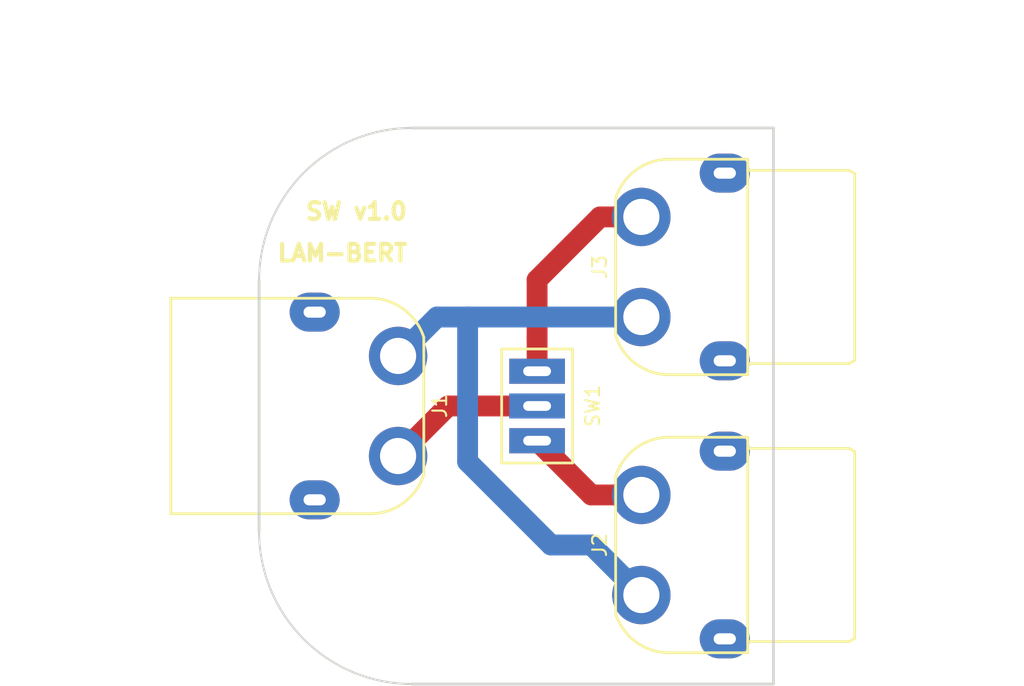
<source format=kicad_pcb>
(kicad_pcb (version 20171130) (host pcbnew 5.0.2-bee76a0~70~ubuntu16.04.1)

  (general
    (thickness 1.6)
    (drawings 13)
    (tracks 15)
    (zones 0)
    (modules 6)
    (nets 5)
  )

  (page A4)
  (layers
    (0 F.Cu signal)
    (31 B.Cu signal)
    (32 B.Adhes user)
    (33 F.Adhes user)
    (34 B.Paste user)
    (35 F.Paste user)
    (36 B.SilkS user)
    (37 F.SilkS user)
    (38 B.Mask user)
    (39 F.Mask user)
    (40 Dwgs.User user)
    (41 Cmts.User user)
    (42 Eco1.User user)
    (43 Eco2.User user)
    (44 Edge.Cuts user)
    (45 Margin user)
    (46 B.CrtYd user)
    (47 F.CrtYd user)
    (48 B.Fab user)
    (49 F.Fab user)
  )

  (setup
    (last_trace_width 1.5)
    (trace_clearance 0.5)
    (zone_clearance 0.508)
    (zone_45_only no)
    (trace_min 0.2)
    (segment_width 0.2)
    (edge_width 0.15)
    (via_size 1.2)
    (via_drill 0.8)
    (via_min_size 0.4)
    (via_min_drill 0.3)
    (uvia_size 0.3)
    (uvia_drill 0.1)
    (uvias_allowed no)
    (uvia_min_size 0.2)
    (uvia_min_drill 0.1)
    (pcb_text_width 0.3)
    (pcb_text_size 1.5 1.5)
    (mod_edge_width 0.15)
    (mod_text_size 1 1)
    (mod_text_width 0.15)
    (pad_size 1.524 1.524)
    (pad_drill 0.762)
    (pad_to_mask_clearance 0.051)
    (solder_mask_min_width 0.25)
    (aux_axis_origin 0 0)
    (visible_elements FFFFFF7F)
    (pcbplotparams
      (layerselection 0x010fc_ffffffff)
      (usegerberextensions false)
      (usegerberattributes false)
      (usegerberadvancedattributes false)
      (creategerberjobfile false)
      (excludeedgelayer true)
      (linewidth 0.100000)
      (plotframeref false)
      (viasonmask false)
      (mode 1)
      (useauxorigin false)
      (hpglpennumber 1)
      (hpglpenspeed 20)
      (hpglpendiameter 15.000000)
      (psnegative false)
      (psa4output false)
      (plotreference true)
      (plotvalue true)
      (plotinvisibletext false)
      (padsonsilk false)
      (subtractmaskfromsilk false)
      (outputformat 1)
      (mirror false)
      (drillshape 0)
      (scaleselection 1)
      (outputdirectory "switch"))
  )

  (net 0 "")
  (net 1 "Net-(J1-Pad1)")
  (net 2 "Net-(J1-Pad2)")
  (net 3 "Net-(J2-Pad2)")
  (net 4 "Net-(J3-Pad2)")

  (net_class Default "This is the default net class."
    (clearance 0.5)
    (trace_width 1.5)
    (via_dia 1.2)
    (via_drill 0.8)
    (uvia_dia 0.3)
    (uvia_drill 0.1)
    (add_net "Net-(J1-Pad1)")
    (add_net "Net-(J1-Pad2)")
    (add_net "Net-(J2-Pad2)")
    (add_net "Net-(J3-Pad2)")
  )

  (module device.farm:XT60PW-M (layer F.Cu) (tedit 5DBCE0AF) (tstamp 5DCAEF28)
    (at 120 55 270)
    (path /5DBE0F37)
    (fp_text reference J1 (at 0 -3 270) (layer F.SilkS)
      (effects (font (size 1 1) (thickness 0.15)))
    )
    (fp_text value Conn_01x02_Male (at 0 15 270) (layer F.Fab)
      (effects (font (size 1 1) (thickness 0.15)))
    )
    (fp_line (start -7.75 1.9964) (end -7.75 16.34999) (layer F.SilkS) (width 0.2))
    (fp_line (start 0 -1.85001) (end 4.942354 -1.85001) (layer F.SilkS) (width 0.2))
    (fp_line (start 7.75 16.34999) (end 0 16.34999) (layer F.SilkS) (width 0.2))
    (fp_line (start 0 -1.85001) (end -4.942354 -1.85001) (layer F.SilkS) (width 0.2))
    (fp_arc (start -3.711431 1.9964) (end -4.942354 -1.85001) (angle -72.25435427) (layer F.SilkS) (width 0.2))
    (fp_line (start 7.75 1.9964) (end 7.75 16.34999) (layer F.SilkS) (width 0.2))
    (fp_arc (start 3.711431 1.9964) (end 7.75 1.9964) (angle -72.25435427) (layer F.SilkS) (width 0.2))
    (fp_line (start -7.75 16.34999) (end 0 16.34999) (layer F.SilkS) (width 0.2))
    (pad 1 thru_hole circle (at -3.6 0 270) (size 4.2 4.2) (drill 2.6) (layers *.Cu *.Mask)
      (net 1 "Net-(J1-Pad1)"))
    (pad 2 thru_hole circle (at 3.6 0 270) (size 4.2 4.2) (drill 2.6) (layers *.Cu *.Mask)
      (net 2 "Net-(J1-Pad2)"))
    (pad "" thru_hole oval (at -6.75 6 270) (size 2.8 3.6) (drill oval 0.8 1.6) (layers *.Cu *.Mask))
    (pad "" thru_hole oval (at 6.75 6 270) (size 2.8 3.6) (drill oval 0.8 1.6) (layers *.Cu *.Mask))
    (model ${DF}/device.farm.pretty/XT60PW-M.step
      (at (xyz 0 0 0))
      (scale (xyz 1 1 1))
      (rotate (xyz 0 0 180))
    )
  )

  (module device.farm:XT60PW-F (layer F.Cu) (tedit 5DBCDFE9) (tstamp 5DCAEDF5)
    (at 137.5 65 90)
    (path /5DBE0FC1)
    (fp_text reference J2 (at 0 -3 90) (layer F.SilkS)
      (effects (font (size 1 1) (thickness 0.15)))
    )
    (fp_text value Conn_01x02_Female (at 0 14 90) (layer F.Fab)
      (effects (font (size 1 1) (thickness 0.15)))
    )
    (fp_line (start 6.95 14.950009) (end 6.95 7.650009) (layer F.SilkS) (width 0.2))
    (fp_line (start 6.71906 15.350009) (end 0 15.350009) (layer F.SilkS) (width 0.2))
    (fp_line (start 7.75 7.650009) (end 7.75 1.996419) (layer F.SilkS) (width 0.2))
    (fp_line (start 0 7.650009) (end -7.75 7.650009) (layer F.SilkS) (width 0.2))
    (fp_line (start -4.942354 -1.849991) (end 0 -1.849991) (layer F.SilkS) (width 0.2))
    (fp_line (start 4.942354 -1.849991) (end 0 -1.849991) (layer F.SilkS) (width 0.2))
    (fp_line (start -7.75 7.650009) (end -7.75 1.996419) (layer F.SilkS) (width 0.2))
    (fp_line (start 0 7.650009) (end 7.75 7.650009) (layer F.SilkS) (width 0.2))
    (fp_arc (start -3.711431 1.996419) (end -4.942354 -1.849991) (angle -72.25435427) (layer F.SilkS) (width 0.2))
    (fp_line (start 6.95 14.950009) (end 6.71906 15.350009) (layer F.SilkS) (width 0.2))
    (fp_line (start -6.95 14.950009) (end -6.71906 15.350009) (layer F.SilkS) (width 0.2))
    (fp_arc (start 3.711431 1.996419) (end 7.75 1.996419) (angle -72.25435427) (layer F.SilkS) (width 0.2))
    (fp_line (start -6.95 14.950009) (end -6.95 7.650009) (layer F.SilkS) (width 0.2))
    (fp_line (start -6.71906 15.350009) (end 0 15.350009) (layer F.SilkS) (width 0.2))
    (pad 1 thru_hole circle (at -3.6 0 90) (size 4.2 4.2) (drill 2.6) (layers *.Cu *.Mask)
      (net 1 "Net-(J1-Pad1)"))
    (pad 2 thru_hole circle (at 3.6 0 90) (size 4.2 4.2) (drill 2.6) (layers *.Cu *.Mask)
      (net 3 "Net-(J2-Pad2)"))
    (pad "" thru_hole oval (at -6.75 6 90) (size 2.8 3.6) (drill oval 0.8 1.6) (layers *.Cu *.Mask))
    (pad "" thru_hole oval (at 6.75 6 90) (size 2.8 3.6) (drill oval 0.8 1.6) (layers *.Cu *.Mask))
    (model ${DF}/device.farm.pretty/XT60PW-F.step
      (at (xyz 0 0 0))
      (scale (xyz 1 1 1))
      (rotate (xyz 0 0 0))
    )
  )

  (module device.farm:XT60PW-F (layer F.Cu) (tedit 5DBCDFE9) (tstamp 5DCAF178)
    (at 137.5 45 90)
    (path /5DBE1056)
    (fp_text reference J3 (at 0 -3 90) (layer F.SilkS)
      (effects (font (size 1 1) (thickness 0.15)))
    )
    (fp_text value Conn_01x02_Female (at 0 14 90) (layer F.Fab)
      (effects (font (size 1 1) (thickness 0.15)))
    )
    (fp_line (start -6.71906 15.350009) (end 0 15.350009) (layer F.SilkS) (width 0.2))
    (fp_line (start -6.95 14.950009) (end -6.95 7.650009) (layer F.SilkS) (width 0.2))
    (fp_arc (start 3.711431 1.996419) (end 7.75 1.996419) (angle -72.25435427) (layer F.SilkS) (width 0.2))
    (fp_line (start -6.95 14.950009) (end -6.71906 15.350009) (layer F.SilkS) (width 0.2))
    (fp_line (start 6.95 14.950009) (end 6.71906 15.350009) (layer F.SilkS) (width 0.2))
    (fp_arc (start -3.711431 1.996419) (end -4.942354 -1.849991) (angle -72.25435427) (layer F.SilkS) (width 0.2))
    (fp_line (start 0 7.650009) (end 7.75 7.650009) (layer F.SilkS) (width 0.2))
    (fp_line (start -7.75 7.650009) (end -7.75 1.996419) (layer F.SilkS) (width 0.2))
    (fp_line (start 4.942354 -1.849991) (end 0 -1.849991) (layer F.SilkS) (width 0.2))
    (fp_line (start -4.942354 -1.849991) (end 0 -1.849991) (layer F.SilkS) (width 0.2))
    (fp_line (start 0 7.650009) (end -7.75 7.650009) (layer F.SilkS) (width 0.2))
    (fp_line (start 7.75 7.650009) (end 7.75 1.996419) (layer F.SilkS) (width 0.2))
    (fp_line (start 6.71906 15.350009) (end 0 15.350009) (layer F.SilkS) (width 0.2))
    (fp_line (start 6.95 14.950009) (end 6.95 7.650009) (layer F.SilkS) (width 0.2))
    (pad "" thru_hole oval (at 6.75 6 90) (size 2.8 3.6) (drill oval 0.8 1.6) (layers *.Cu *.Mask))
    (pad "" thru_hole oval (at -6.75 6 90) (size 2.8 3.6) (drill oval 0.8 1.6) (layers *.Cu *.Mask))
    (pad 2 thru_hole circle (at 3.6 0 90) (size 4.2 4.2) (drill 2.6) (layers *.Cu *.Mask)
      (net 4 "Net-(J3-Pad2)"))
    (pad 1 thru_hole circle (at -3.6 0 90) (size 4.2 4.2) (drill 2.6) (layers *.Cu *.Mask)
      (net 1 "Net-(J1-Pad1)"))
    (model ${DF}/device.farm.pretty/XT60PW-F.step
      (at (xyz 0 0 0))
      (scale (xyz 1 1 1))
      (rotate (xyz 0 0 0))
    )
  )

  (module device.farm:TS-01 (layer F.Cu) (tedit 5DBE0606) (tstamp 5DCAEE16)
    (at 130 55 90)
    (path /5DBE0E58)
    (fp_text reference SW1 (at 0 4 90) (layer F.SilkS)
      (effects (font (size 1 1) (thickness 0.15)))
    )
    (fp_text value SW_SPDT (at 0 -4 90) (layer F.Fab)
      (effects (font (size 1 1) (thickness 0.15)))
    )
    (fp_line (start -4.1 -2.55) (end 4.1 -2.55) (layer F.SilkS) (width 0.2))
    (fp_line (start 4.1 2.55) (end 4.1 -2.55) (layer F.SilkS) (width 0.2))
    (fp_line (start -4.1 2.55) (end 4.1 2.55) (layer F.SilkS) (width 0.2))
    (fp_line (start -4.1 2.55) (end -4.1 -2.55) (layer F.SilkS) (width 0.2))
    (pad 1 thru_hole rect (at -2.5 0 90) (size 1.8 4) (drill oval 0.7 2) (layers *.Cu *.Mask)
      (net 3 "Net-(J2-Pad2)"))
    (pad 2 thru_hole rect (at 0 0 90) (size 1.8 4) (drill oval 0.7 2) (layers *.Cu *.Mask)
      (net 2 "Net-(J1-Pad2)"))
    (pad 3 thru_hole rect (at 2.5 0 90) (size 1.8 4) (drill oval 0.7 2) (layers *.Cu *.Mask)
      (net 4 "Net-(J3-Pad2)"))
    (model ${DF}/device.farm.pretty/TS-01.step
      (at (xyz 0 0 0))
      (scale (xyz 1 1 1))
      (rotate (xyz 0 0 0))
    )
  )

  (module MountingHole:MountingHole_3.7mm (layer F.Cu) (tedit 5DBE0A6B) (tstamp 5DCAF324)
    (at 126 41)
    (descr "Mounting Hole 3.7mm, no annular")
    (tags "mounting hole 3.7mm no annular")
    (path /5DBE161A)
    (attr virtual)
    (fp_text reference H1 (at 0 -4.7) (layer F.SilkS) hide
      (effects (font (size 1 1) (thickness 0.15)))
    )
    (fp_text value MountingHole (at 0 4.7) (layer F.Fab)
      (effects (font (size 1 1) (thickness 0.15)))
    )
    (fp_text user %R (at 0.3 0) (layer F.Fab)
      (effects (font (size 1 1) (thickness 0.15)))
    )
    (fp_circle (center 0 0) (end 3.7 0) (layer Cmts.User) (width 0.15))
    (fp_circle (center 0 0) (end 3.95 0) (layer F.CrtYd) (width 0.05))
    (pad 1 np_thru_hole circle (at 0 0) (size 3.7 3.7) (drill 3.7) (layers *.Cu *.Mask))
  )

  (module MountingHole:MountingHole_3.7mm (layer F.Cu) (tedit 5DBE0A6F) (tstamp 5DCAF32C)
    (at 126 69)
    (descr "Mounting Hole 3.7mm, no annular")
    (tags "mounting hole 3.7mm no annular")
    (path /5DBE16B2)
    (attr virtual)
    (fp_text reference H2 (at 0 -4.7) (layer F.SilkS) hide
      (effects (font (size 1 1) (thickness 0.15)))
    )
    (fp_text value MountingHole (at 0 4.7) (layer F.Fab)
      (effects (font (size 1 1) (thickness 0.15)))
    )
    (fp_circle (center 0 0) (end 3.95 0) (layer F.CrtYd) (width 0.05))
    (fp_circle (center 0 0) (end 3.7 0) (layer Cmts.User) (width 0.15))
    (fp_text user %R (at 0.3 0) (layer F.Fab)
      (effects (font (size 1 1) (thickness 0.15)))
    )
    (pad 1 np_thru_hole circle (at 0 0) (size 3.7 3.7) (drill 3.7) (layers *.Cu *.Mask))
  )

  (gr_text LAM-BERT (at 116 44) (layer F.SilkS) (tstamp 5DCAF3DF)
    (effects (font (size 1.2 1.2) (thickness 0.3)))
  )
  (gr_text "SW v1.0" (at 117 41) (layer F.SilkS)
    (effects (font (size 1.2 1.2) (thickness 0.3)))
  )
  (dimension 40 (width 0.3) (layer Dwgs.User)
    (gr_text "40,000 mm" (at 163.1 55 90) (layer Dwgs.User)
      (effects (font (size 1.5 1.5) (thickness 0.3)))
    )
    (feature1 (pts (xy 141 35) (xy 161.586421 35)))
    (feature2 (pts (xy 141 75) (xy 161.586421 75)))
    (crossbar (pts (xy 161 75) (xy 161 35)))
    (arrow1a (pts (xy 161 35) (xy 161.586421 36.126504)))
    (arrow1b (pts (xy 161 35) (xy 160.413579 36.126504)))
    (arrow2a (pts (xy 161 75) (xy 161.586421 73.873496)))
    (arrow2b (pts (xy 161 75) (xy 160.413579 73.873496)))
  )
  (dimension 37 (width 0.3) (layer Dwgs.User)
    (gr_text "37,000 mm" (at 128.5 26.9) (layer Dwgs.User)
      (effects (font (size 1.5 1.5) (thickness 0.3)))
    )
    (feature1 (pts (xy 147 52) (xy 147 28.413579)))
    (feature2 (pts (xy 110 52) (xy 110 28.413579)))
    (crossbar (pts (xy 110 29) (xy 147 29)))
    (arrow1a (pts (xy 147 29) (xy 145.873496 29.586421)))
    (arrow1b (pts (xy 147 29) (xy 145.873496 28.413579)))
    (arrow2a (pts (xy 110 29) (xy 111.126504 29.586421)))
    (arrow2b (pts (xy 110 29) (xy 111.126504 28.413579)))
  )
  (dimension 14 (width 0.3) (layer Dwgs.User)
    (gr_text "14,000 mm" (at 96.9 62 90) (layer Dwgs.User)
      (effects (font (size 1.5 1.5) (thickness 0.3)))
    )
    (feature1 (pts (xy 126 55) (xy 98.413579 55)))
    (feature2 (pts (xy 126 69) (xy 98.413579 69)))
    (crossbar (pts (xy 99 69) (xy 99 55)))
    (arrow1a (pts (xy 99 55) (xy 99.586421 56.126504)))
    (arrow1b (pts (xy 99 55) (xy 98.413579 56.126504)))
    (arrow2a (pts (xy 99 69) (xy 99.586421 67.873496)))
    (arrow2b (pts (xy 99 69) (xy 98.413579 67.873496)))
  )
  (dimension 14 (width 0.3) (layer Dwgs.User)
    (gr_text "14,000 mm" (at 96.9 48 90) (layer Dwgs.User)
      (effects (font (size 1.5 1.5) (thickness 0.3)))
    )
    (feature1 (pts (xy 126 41) (xy 98.413579 41)))
    (feature2 (pts (xy 126 55) (xy 98.413579 55)))
    (crossbar (pts (xy 99 55) (xy 99 41)))
    (arrow1a (pts (xy 99 41) (xy 99.586421 42.126504)))
    (arrow1b (pts (xy 99 41) (xy 98.413579 42.126504)))
    (arrow2a (pts (xy 99 55) (xy 99.586421 53.873496)))
    (arrow2b (pts (xy 99 55) (xy 98.413579 53.873496)))
  )
  (gr_line (start 110 55) (end 147 55) (layer Dwgs.User) (width 0.2))
  (gr_arc (start 121 64) (end 110 64) (angle -90) (layer Edge.Cuts) (width 0.15) (tstamp 5DCAF2BC))
  (gr_arc (start 121 46) (end 121 35) (angle -90) (layer Edge.Cuts) (width 0.15))
  (gr_line (start 121 35) (end 147 35) (layer Edge.Cuts) (width 0.2))
  (gr_line (start 110 64) (end 110 46) (layer Edge.Cuts) (width 0.2))
  (gr_line (start 147 75) (end 121 75) (layer Edge.Cuts) (width 0.2))
  (gr_line (start 147 35) (end 147 75) (layer Edge.Cuts) (width 0.2))

  (segment (start 120 51.4) (end 122.8 48.6) (width 1.5) (layer B.Cu) (net 1))
  (segment (start 122.8 48.6) (end 125 48.6) (width 1.5) (layer B.Cu) (net 1))
  (segment (start 125 48.6) (end 137.5 48.6) (width 1.5) (layer B.Cu) (net 1))
  (segment (start 131 65) (end 125 59) (width 1.5) (layer B.Cu) (net 1))
  (segment (start 133.9 65) (end 131 65) (width 1.5) (layer B.Cu) (net 1))
  (segment (start 125 59) (end 125 48.6) (width 1.5) (layer B.Cu) (net 1))
  (segment (start 137.5 68.6) (end 133.9 65) (width 1.5) (layer B.Cu) (net 1))
  (segment (start 123.6 55) (end 120 58.6) (width 1.5) (layer F.Cu) (net 2))
  (segment (start 130 55) (end 123.6 55) (width 1.5) (layer F.Cu) (net 2))
  (segment (start 133.9 61.4) (end 130 57.5) (width 1.5) (layer F.Cu) (net 3))
  (segment (start 137.5 61.4) (end 133.9 61.4) (width 1.5) (layer F.Cu) (net 3))
  (segment (start 130 50.1) (end 130 52.5) (width 1.5) (layer F.Cu) (net 4))
  (segment (start 130 45.930152) (end 130 50.1) (width 1.5) (layer F.Cu) (net 4))
  (segment (start 134.530152 41.4) (end 130 45.930152) (width 1.5) (layer F.Cu) (net 4))
  (segment (start 137.5 41.4) (end 134.530152 41.4) (width 1.5) (layer F.Cu) (net 4))

)

</source>
